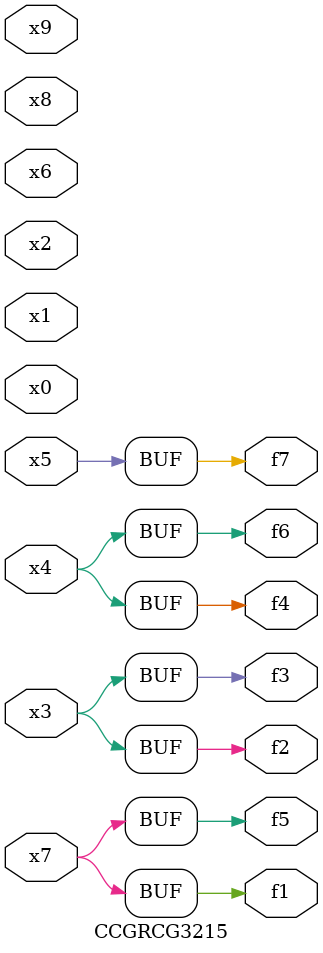
<source format=v>
module CCGRCG3215(
	input x0, x1, x2, x3, x4, x5, x6, x7, x8, x9,
	output f1, f2, f3, f4, f5, f6, f7
);
	assign f1 = x7;
	assign f2 = x3;
	assign f3 = x3;
	assign f4 = x4;
	assign f5 = x7;
	assign f6 = x4;
	assign f7 = x5;
endmodule

</source>
